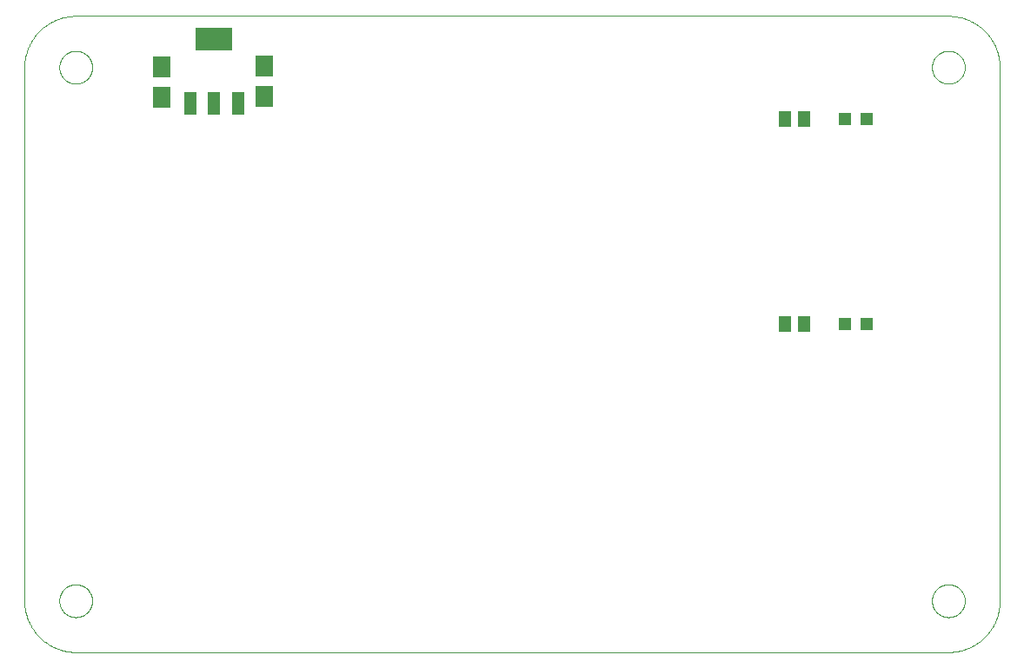
<source format=gtp>
G75*
%MOIN*%
%OFA0B0*%
%FSLAX25Y25*%
%IPPOS*%
%LPD*%
%AMOC8*
5,1,8,0,0,1.08239X$1,22.5*
%
%ADD10C,0.00000*%
%ADD11R,0.07087X0.08465*%
%ADD12R,0.04800X0.08800*%
%ADD13R,0.14173X0.08661*%
%ADD14R,0.05118X0.05906*%
%ADD15R,0.04724X0.04724*%
D10*
X0023622Y0002016D02*
X0358268Y0002016D01*
X0351969Y0021701D02*
X0351971Y0021859D01*
X0351977Y0022017D01*
X0351987Y0022175D01*
X0352001Y0022333D01*
X0352019Y0022490D01*
X0352040Y0022647D01*
X0352066Y0022803D01*
X0352096Y0022959D01*
X0352129Y0023114D01*
X0352167Y0023267D01*
X0352208Y0023420D01*
X0352253Y0023572D01*
X0352302Y0023723D01*
X0352355Y0023872D01*
X0352411Y0024020D01*
X0352471Y0024166D01*
X0352535Y0024311D01*
X0352603Y0024454D01*
X0352674Y0024596D01*
X0352748Y0024736D01*
X0352826Y0024873D01*
X0352908Y0025009D01*
X0352992Y0025143D01*
X0353081Y0025274D01*
X0353172Y0025403D01*
X0353267Y0025530D01*
X0353364Y0025655D01*
X0353465Y0025777D01*
X0353569Y0025896D01*
X0353676Y0026013D01*
X0353786Y0026127D01*
X0353899Y0026238D01*
X0354014Y0026347D01*
X0354132Y0026452D01*
X0354253Y0026554D01*
X0354376Y0026654D01*
X0354502Y0026750D01*
X0354630Y0026843D01*
X0354760Y0026933D01*
X0354893Y0027019D01*
X0355028Y0027103D01*
X0355164Y0027182D01*
X0355303Y0027259D01*
X0355444Y0027331D01*
X0355586Y0027401D01*
X0355730Y0027466D01*
X0355876Y0027528D01*
X0356023Y0027586D01*
X0356172Y0027641D01*
X0356322Y0027692D01*
X0356473Y0027739D01*
X0356625Y0027782D01*
X0356778Y0027821D01*
X0356933Y0027857D01*
X0357088Y0027888D01*
X0357244Y0027916D01*
X0357400Y0027940D01*
X0357557Y0027960D01*
X0357715Y0027976D01*
X0357872Y0027988D01*
X0358031Y0027996D01*
X0358189Y0028000D01*
X0358347Y0028000D01*
X0358505Y0027996D01*
X0358664Y0027988D01*
X0358821Y0027976D01*
X0358979Y0027960D01*
X0359136Y0027940D01*
X0359292Y0027916D01*
X0359448Y0027888D01*
X0359603Y0027857D01*
X0359758Y0027821D01*
X0359911Y0027782D01*
X0360063Y0027739D01*
X0360214Y0027692D01*
X0360364Y0027641D01*
X0360513Y0027586D01*
X0360660Y0027528D01*
X0360806Y0027466D01*
X0360950Y0027401D01*
X0361092Y0027331D01*
X0361233Y0027259D01*
X0361372Y0027182D01*
X0361508Y0027103D01*
X0361643Y0027019D01*
X0361776Y0026933D01*
X0361906Y0026843D01*
X0362034Y0026750D01*
X0362160Y0026654D01*
X0362283Y0026554D01*
X0362404Y0026452D01*
X0362522Y0026347D01*
X0362637Y0026238D01*
X0362750Y0026127D01*
X0362860Y0026013D01*
X0362967Y0025896D01*
X0363071Y0025777D01*
X0363172Y0025655D01*
X0363269Y0025530D01*
X0363364Y0025403D01*
X0363455Y0025274D01*
X0363544Y0025143D01*
X0363628Y0025009D01*
X0363710Y0024873D01*
X0363788Y0024736D01*
X0363862Y0024596D01*
X0363933Y0024454D01*
X0364001Y0024311D01*
X0364065Y0024166D01*
X0364125Y0024020D01*
X0364181Y0023872D01*
X0364234Y0023723D01*
X0364283Y0023572D01*
X0364328Y0023420D01*
X0364369Y0023267D01*
X0364407Y0023114D01*
X0364440Y0022959D01*
X0364470Y0022803D01*
X0364496Y0022647D01*
X0364517Y0022490D01*
X0364535Y0022333D01*
X0364549Y0022175D01*
X0364559Y0022017D01*
X0364565Y0021859D01*
X0364567Y0021701D01*
X0364565Y0021543D01*
X0364559Y0021385D01*
X0364549Y0021227D01*
X0364535Y0021069D01*
X0364517Y0020912D01*
X0364496Y0020755D01*
X0364470Y0020599D01*
X0364440Y0020443D01*
X0364407Y0020288D01*
X0364369Y0020135D01*
X0364328Y0019982D01*
X0364283Y0019830D01*
X0364234Y0019679D01*
X0364181Y0019530D01*
X0364125Y0019382D01*
X0364065Y0019236D01*
X0364001Y0019091D01*
X0363933Y0018948D01*
X0363862Y0018806D01*
X0363788Y0018666D01*
X0363710Y0018529D01*
X0363628Y0018393D01*
X0363544Y0018259D01*
X0363455Y0018128D01*
X0363364Y0017999D01*
X0363269Y0017872D01*
X0363172Y0017747D01*
X0363071Y0017625D01*
X0362967Y0017506D01*
X0362860Y0017389D01*
X0362750Y0017275D01*
X0362637Y0017164D01*
X0362522Y0017055D01*
X0362404Y0016950D01*
X0362283Y0016848D01*
X0362160Y0016748D01*
X0362034Y0016652D01*
X0361906Y0016559D01*
X0361776Y0016469D01*
X0361643Y0016383D01*
X0361508Y0016299D01*
X0361372Y0016220D01*
X0361233Y0016143D01*
X0361092Y0016071D01*
X0360950Y0016001D01*
X0360806Y0015936D01*
X0360660Y0015874D01*
X0360513Y0015816D01*
X0360364Y0015761D01*
X0360214Y0015710D01*
X0360063Y0015663D01*
X0359911Y0015620D01*
X0359758Y0015581D01*
X0359603Y0015545D01*
X0359448Y0015514D01*
X0359292Y0015486D01*
X0359136Y0015462D01*
X0358979Y0015442D01*
X0358821Y0015426D01*
X0358664Y0015414D01*
X0358505Y0015406D01*
X0358347Y0015402D01*
X0358189Y0015402D01*
X0358031Y0015406D01*
X0357872Y0015414D01*
X0357715Y0015426D01*
X0357557Y0015442D01*
X0357400Y0015462D01*
X0357244Y0015486D01*
X0357088Y0015514D01*
X0356933Y0015545D01*
X0356778Y0015581D01*
X0356625Y0015620D01*
X0356473Y0015663D01*
X0356322Y0015710D01*
X0356172Y0015761D01*
X0356023Y0015816D01*
X0355876Y0015874D01*
X0355730Y0015936D01*
X0355586Y0016001D01*
X0355444Y0016071D01*
X0355303Y0016143D01*
X0355164Y0016220D01*
X0355028Y0016299D01*
X0354893Y0016383D01*
X0354760Y0016469D01*
X0354630Y0016559D01*
X0354502Y0016652D01*
X0354376Y0016748D01*
X0354253Y0016848D01*
X0354132Y0016950D01*
X0354014Y0017055D01*
X0353899Y0017164D01*
X0353786Y0017275D01*
X0353676Y0017389D01*
X0353569Y0017506D01*
X0353465Y0017625D01*
X0353364Y0017747D01*
X0353267Y0017872D01*
X0353172Y0017999D01*
X0353081Y0018128D01*
X0352992Y0018259D01*
X0352908Y0018393D01*
X0352826Y0018529D01*
X0352748Y0018666D01*
X0352674Y0018806D01*
X0352603Y0018948D01*
X0352535Y0019091D01*
X0352471Y0019236D01*
X0352411Y0019382D01*
X0352355Y0019530D01*
X0352302Y0019679D01*
X0352253Y0019830D01*
X0352208Y0019982D01*
X0352167Y0020135D01*
X0352129Y0020288D01*
X0352096Y0020443D01*
X0352066Y0020599D01*
X0352040Y0020755D01*
X0352019Y0020912D01*
X0352001Y0021069D01*
X0351987Y0021227D01*
X0351977Y0021385D01*
X0351971Y0021543D01*
X0351969Y0021701D01*
X0358268Y0002016D02*
X0358744Y0002022D01*
X0359219Y0002039D01*
X0359694Y0002068D01*
X0360168Y0002108D01*
X0360641Y0002160D01*
X0361112Y0002223D01*
X0361582Y0002297D01*
X0362050Y0002383D01*
X0362516Y0002480D01*
X0362979Y0002588D01*
X0363439Y0002707D01*
X0363897Y0002838D01*
X0364351Y0002979D01*
X0364802Y0003132D01*
X0365248Y0003295D01*
X0365691Y0003469D01*
X0366129Y0003654D01*
X0366563Y0003849D01*
X0366992Y0004055D01*
X0367416Y0004271D01*
X0367835Y0004497D01*
X0368248Y0004733D01*
X0368655Y0004979D01*
X0369056Y0005235D01*
X0369450Y0005501D01*
X0369839Y0005776D01*
X0370220Y0006060D01*
X0370594Y0006353D01*
X0370962Y0006655D01*
X0371322Y0006967D01*
X0371674Y0007286D01*
X0372018Y0007614D01*
X0372355Y0007951D01*
X0372683Y0008295D01*
X0373002Y0008647D01*
X0373314Y0009007D01*
X0373616Y0009375D01*
X0373909Y0009749D01*
X0374193Y0010130D01*
X0374468Y0010519D01*
X0374734Y0010913D01*
X0374990Y0011314D01*
X0375236Y0011721D01*
X0375472Y0012134D01*
X0375698Y0012553D01*
X0375914Y0012977D01*
X0376120Y0013406D01*
X0376315Y0013840D01*
X0376500Y0014278D01*
X0376674Y0014721D01*
X0376837Y0015167D01*
X0376990Y0015618D01*
X0377131Y0016072D01*
X0377262Y0016530D01*
X0377381Y0016990D01*
X0377489Y0017453D01*
X0377586Y0017919D01*
X0377672Y0018387D01*
X0377746Y0018857D01*
X0377809Y0019328D01*
X0377861Y0019801D01*
X0377901Y0020275D01*
X0377930Y0020750D01*
X0377947Y0021225D01*
X0377953Y0021701D01*
X0377953Y0226425D01*
X0351969Y0226425D02*
X0351971Y0226583D01*
X0351977Y0226741D01*
X0351987Y0226899D01*
X0352001Y0227057D01*
X0352019Y0227214D01*
X0352040Y0227371D01*
X0352066Y0227527D01*
X0352096Y0227683D01*
X0352129Y0227838D01*
X0352167Y0227991D01*
X0352208Y0228144D01*
X0352253Y0228296D01*
X0352302Y0228447D01*
X0352355Y0228596D01*
X0352411Y0228744D01*
X0352471Y0228890D01*
X0352535Y0229035D01*
X0352603Y0229178D01*
X0352674Y0229320D01*
X0352748Y0229460D01*
X0352826Y0229597D01*
X0352908Y0229733D01*
X0352992Y0229867D01*
X0353081Y0229998D01*
X0353172Y0230127D01*
X0353267Y0230254D01*
X0353364Y0230379D01*
X0353465Y0230501D01*
X0353569Y0230620D01*
X0353676Y0230737D01*
X0353786Y0230851D01*
X0353899Y0230962D01*
X0354014Y0231071D01*
X0354132Y0231176D01*
X0354253Y0231278D01*
X0354376Y0231378D01*
X0354502Y0231474D01*
X0354630Y0231567D01*
X0354760Y0231657D01*
X0354893Y0231743D01*
X0355028Y0231827D01*
X0355164Y0231906D01*
X0355303Y0231983D01*
X0355444Y0232055D01*
X0355586Y0232125D01*
X0355730Y0232190D01*
X0355876Y0232252D01*
X0356023Y0232310D01*
X0356172Y0232365D01*
X0356322Y0232416D01*
X0356473Y0232463D01*
X0356625Y0232506D01*
X0356778Y0232545D01*
X0356933Y0232581D01*
X0357088Y0232612D01*
X0357244Y0232640D01*
X0357400Y0232664D01*
X0357557Y0232684D01*
X0357715Y0232700D01*
X0357872Y0232712D01*
X0358031Y0232720D01*
X0358189Y0232724D01*
X0358347Y0232724D01*
X0358505Y0232720D01*
X0358664Y0232712D01*
X0358821Y0232700D01*
X0358979Y0232684D01*
X0359136Y0232664D01*
X0359292Y0232640D01*
X0359448Y0232612D01*
X0359603Y0232581D01*
X0359758Y0232545D01*
X0359911Y0232506D01*
X0360063Y0232463D01*
X0360214Y0232416D01*
X0360364Y0232365D01*
X0360513Y0232310D01*
X0360660Y0232252D01*
X0360806Y0232190D01*
X0360950Y0232125D01*
X0361092Y0232055D01*
X0361233Y0231983D01*
X0361372Y0231906D01*
X0361508Y0231827D01*
X0361643Y0231743D01*
X0361776Y0231657D01*
X0361906Y0231567D01*
X0362034Y0231474D01*
X0362160Y0231378D01*
X0362283Y0231278D01*
X0362404Y0231176D01*
X0362522Y0231071D01*
X0362637Y0230962D01*
X0362750Y0230851D01*
X0362860Y0230737D01*
X0362967Y0230620D01*
X0363071Y0230501D01*
X0363172Y0230379D01*
X0363269Y0230254D01*
X0363364Y0230127D01*
X0363455Y0229998D01*
X0363544Y0229867D01*
X0363628Y0229733D01*
X0363710Y0229597D01*
X0363788Y0229460D01*
X0363862Y0229320D01*
X0363933Y0229178D01*
X0364001Y0229035D01*
X0364065Y0228890D01*
X0364125Y0228744D01*
X0364181Y0228596D01*
X0364234Y0228447D01*
X0364283Y0228296D01*
X0364328Y0228144D01*
X0364369Y0227991D01*
X0364407Y0227838D01*
X0364440Y0227683D01*
X0364470Y0227527D01*
X0364496Y0227371D01*
X0364517Y0227214D01*
X0364535Y0227057D01*
X0364549Y0226899D01*
X0364559Y0226741D01*
X0364565Y0226583D01*
X0364567Y0226425D01*
X0364565Y0226267D01*
X0364559Y0226109D01*
X0364549Y0225951D01*
X0364535Y0225793D01*
X0364517Y0225636D01*
X0364496Y0225479D01*
X0364470Y0225323D01*
X0364440Y0225167D01*
X0364407Y0225012D01*
X0364369Y0224859D01*
X0364328Y0224706D01*
X0364283Y0224554D01*
X0364234Y0224403D01*
X0364181Y0224254D01*
X0364125Y0224106D01*
X0364065Y0223960D01*
X0364001Y0223815D01*
X0363933Y0223672D01*
X0363862Y0223530D01*
X0363788Y0223390D01*
X0363710Y0223253D01*
X0363628Y0223117D01*
X0363544Y0222983D01*
X0363455Y0222852D01*
X0363364Y0222723D01*
X0363269Y0222596D01*
X0363172Y0222471D01*
X0363071Y0222349D01*
X0362967Y0222230D01*
X0362860Y0222113D01*
X0362750Y0221999D01*
X0362637Y0221888D01*
X0362522Y0221779D01*
X0362404Y0221674D01*
X0362283Y0221572D01*
X0362160Y0221472D01*
X0362034Y0221376D01*
X0361906Y0221283D01*
X0361776Y0221193D01*
X0361643Y0221107D01*
X0361508Y0221023D01*
X0361372Y0220944D01*
X0361233Y0220867D01*
X0361092Y0220795D01*
X0360950Y0220725D01*
X0360806Y0220660D01*
X0360660Y0220598D01*
X0360513Y0220540D01*
X0360364Y0220485D01*
X0360214Y0220434D01*
X0360063Y0220387D01*
X0359911Y0220344D01*
X0359758Y0220305D01*
X0359603Y0220269D01*
X0359448Y0220238D01*
X0359292Y0220210D01*
X0359136Y0220186D01*
X0358979Y0220166D01*
X0358821Y0220150D01*
X0358664Y0220138D01*
X0358505Y0220130D01*
X0358347Y0220126D01*
X0358189Y0220126D01*
X0358031Y0220130D01*
X0357872Y0220138D01*
X0357715Y0220150D01*
X0357557Y0220166D01*
X0357400Y0220186D01*
X0357244Y0220210D01*
X0357088Y0220238D01*
X0356933Y0220269D01*
X0356778Y0220305D01*
X0356625Y0220344D01*
X0356473Y0220387D01*
X0356322Y0220434D01*
X0356172Y0220485D01*
X0356023Y0220540D01*
X0355876Y0220598D01*
X0355730Y0220660D01*
X0355586Y0220725D01*
X0355444Y0220795D01*
X0355303Y0220867D01*
X0355164Y0220944D01*
X0355028Y0221023D01*
X0354893Y0221107D01*
X0354760Y0221193D01*
X0354630Y0221283D01*
X0354502Y0221376D01*
X0354376Y0221472D01*
X0354253Y0221572D01*
X0354132Y0221674D01*
X0354014Y0221779D01*
X0353899Y0221888D01*
X0353786Y0221999D01*
X0353676Y0222113D01*
X0353569Y0222230D01*
X0353465Y0222349D01*
X0353364Y0222471D01*
X0353267Y0222596D01*
X0353172Y0222723D01*
X0353081Y0222852D01*
X0352992Y0222983D01*
X0352908Y0223117D01*
X0352826Y0223253D01*
X0352748Y0223390D01*
X0352674Y0223530D01*
X0352603Y0223672D01*
X0352535Y0223815D01*
X0352471Y0223960D01*
X0352411Y0224106D01*
X0352355Y0224254D01*
X0352302Y0224403D01*
X0352253Y0224554D01*
X0352208Y0224706D01*
X0352167Y0224859D01*
X0352129Y0225012D01*
X0352096Y0225167D01*
X0352066Y0225323D01*
X0352040Y0225479D01*
X0352019Y0225636D01*
X0352001Y0225793D01*
X0351987Y0225951D01*
X0351977Y0226109D01*
X0351971Y0226267D01*
X0351969Y0226425D01*
X0358268Y0246110D02*
X0358744Y0246104D01*
X0359219Y0246087D01*
X0359694Y0246058D01*
X0360168Y0246018D01*
X0360641Y0245966D01*
X0361112Y0245903D01*
X0361582Y0245829D01*
X0362050Y0245743D01*
X0362516Y0245646D01*
X0362979Y0245538D01*
X0363439Y0245419D01*
X0363897Y0245288D01*
X0364351Y0245147D01*
X0364802Y0244994D01*
X0365248Y0244831D01*
X0365691Y0244657D01*
X0366129Y0244472D01*
X0366563Y0244277D01*
X0366992Y0244071D01*
X0367416Y0243855D01*
X0367835Y0243629D01*
X0368248Y0243393D01*
X0368655Y0243147D01*
X0369056Y0242891D01*
X0369450Y0242625D01*
X0369839Y0242350D01*
X0370220Y0242066D01*
X0370594Y0241773D01*
X0370962Y0241471D01*
X0371322Y0241159D01*
X0371674Y0240840D01*
X0372018Y0240512D01*
X0372355Y0240175D01*
X0372683Y0239831D01*
X0373002Y0239479D01*
X0373314Y0239119D01*
X0373616Y0238751D01*
X0373909Y0238377D01*
X0374193Y0237996D01*
X0374468Y0237607D01*
X0374734Y0237213D01*
X0374990Y0236812D01*
X0375236Y0236405D01*
X0375472Y0235992D01*
X0375698Y0235573D01*
X0375914Y0235149D01*
X0376120Y0234720D01*
X0376315Y0234286D01*
X0376500Y0233848D01*
X0376674Y0233405D01*
X0376837Y0232959D01*
X0376990Y0232508D01*
X0377131Y0232054D01*
X0377262Y0231596D01*
X0377381Y0231136D01*
X0377489Y0230673D01*
X0377586Y0230207D01*
X0377672Y0229739D01*
X0377746Y0229269D01*
X0377809Y0228798D01*
X0377861Y0228325D01*
X0377901Y0227851D01*
X0377930Y0227376D01*
X0377947Y0226901D01*
X0377953Y0226425D01*
X0358268Y0246110D02*
X0023622Y0246110D01*
X0017323Y0226425D02*
X0017325Y0226583D01*
X0017331Y0226741D01*
X0017341Y0226899D01*
X0017355Y0227057D01*
X0017373Y0227214D01*
X0017394Y0227371D01*
X0017420Y0227527D01*
X0017450Y0227683D01*
X0017483Y0227838D01*
X0017521Y0227991D01*
X0017562Y0228144D01*
X0017607Y0228296D01*
X0017656Y0228447D01*
X0017709Y0228596D01*
X0017765Y0228744D01*
X0017825Y0228890D01*
X0017889Y0229035D01*
X0017957Y0229178D01*
X0018028Y0229320D01*
X0018102Y0229460D01*
X0018180Y0229597D01*
X0018262Y0229733D01*
X0018346Y0229867D01*
X0018435Y0229998D01*
X0018526Y0230127D01*
X0018621Y0230254D01*
X0018718Y0230379D01*
X0018819Y0230501D01*
X0018923Y0230620D01*
X0019030Y0230737D01*
X0019140Y0230851D01*
X0019253Y0230962D01*
X0019368Y0231071D01*
X0019486Y0231176D01*
X0019607Y0231278D01*
X0019730Y0231378D01*
X0019856Y0231474D01*
X0019984Y0231567D01*
X0020114Y0231657D01*
X0020247Y0231743D01*
X0020382Y0231827D01*
X0020518Y0231906D01*
X0020657Y0231983D01*
X0020798Y0232055D01*
X0020940Y0232125D01*
X0021084Y0232190D01*
X0021230Y0232252D01*
X0021377Y0232310D01*
X0021526Y0232365D01*
X0021676Y0232416D01*
X0021827Y0232463D01*
X0021979Y0232506D01*
X0022132Y0232545D01*
X0022287Y0232581D01*
X0022442Y0232612D01*
X0022598Y0232640D01*
X0022754Y0232664D01*
X0022911Y0232684D01*
X0023069Y0232700D01*
X0023226Y0232712D01*
X0023385Y0232720D01*
X0023543Y0232724D01*
X0023701Y0232724D01*
X0023859Y0232720D01*
X0024018Y0232712D01*
X0024175Y0232700D01*
X0024333Y0232684D01*
X0024490Y0232664D01*
X0024646Y0232640D01*
X0024802Y0232612D01*
X0024957Y0232581D01*
X0025112Y0232545D01*
X0025265Y0232506D01*
X0025417Y0232463D01*
X0025568Y0232416D01*
X0025718Y0232365D01*
X0025867Y0232310D01*
X0026014Y0232252D01*
X0026160Y0232190D01*
X0026304Y0232125D01*
X0026446Y0232055D01*
X0026587Y0231983D01*
X0026726Y0231906D01*
X0026862Y0231827D01*
X0026997Y0231743D01*
X0027130Y0231657D01*
X0027260Y0231567D01*
X0027388Y0231474D01*
X0027514Y0231378D01*
X0027637Y0231278D01*
X0027758Y0231176D01*
X0027876Y0231071D01*
X0027991Y0230962D01*
X0028104Y0230851D01*
X0028214Y0230737D01*
X0028321Y0230620D01*
X0028425Y0230501D01*
X0028526Y0230379D01*
X0028623Y0230254D01*
X0028718Y0230127D01*
X0028809Y0229998D01*
X0028898Y0229867D01*
X0028982Y0229733D01*
X0029064Y0229597D01*
X0029142Y0229460D01*
X0029216Y0229320D01*
X0029287Y0229178D01*
X0029355Y0229035D01*
X0029419Y0228890D01*
X0029479Y0228744D01*
X0029535Y0228596D01*
X0029588Y0228447D01*
X0029637Y0228296D01*
X0029682Y0228144D01*
X0029723Y0227991D01*
X0029761Y0227838D01*
X0029794Y0227683D01*
X0029824Y0227527D01*
X0029850Y0227371D01*
X0029871Y0227214D01*
X0029889Y0227057D01*
X0029903Y0226899D01*
X0029913Y0226741D01*
X0029919Y0226583D01*
X0029921Y0226425D01*
X0029919Y0226267D01*
X0029913Y0226109D01*
X0029903Y0225951D01*
X0029889Y0225793D01*
X0029871Y0225636D01*
X0029850Y0225479D01*
X0029824Y0225323D01*
X0029794Y0225167D01*
X0029761Y0225012D01*
X0029723Y0224859D01*
X0029682Y0224706D01*
X0029637Y0224554D01*
X0029588Y0224403D01*
X0029535Y0224254D01*
X0029479Y0224106D01*
X0029419Y0223960D01*
X0029355Y0223815D01*
X0029287Y0223672D01*
X0029216Y0223530D01*
X0029142Y0223390D01*
X0029064Y0223253D01*
X0028982Y0223117D01*
X0028898Y0222983D01*
X0028809Y0222852D01*
X0028718Y0222723D01*
X0028623Y0222596D01*
X0028526Y0222471D01*
X0028425Y0222349D01*
X0028321Y0222230D01*
X0028214Y0222113D01*
X0028104Y0221999D01*
X0027991Y0221888D01*
X0027876Y0221779D01*
X0027758Y0221674D01*
X0027637Y0221572D01*
X0027514Y0221472D01*
X0027388Y0221376D01*
X0027260Y0221283D01*
X0027130Y0221193D01*
X0026997Y0221107D01*
X0026862Y0221023D01*
X0026726Y0220944D01*
X0026587Y0220867D01*
X0026446Y0220795D01*
X0026304Y0220725D01*
X0026160Y0220660D01*
X0026014Y0220598D01*
X0025867Y0220540D01*
X0025718Y0220485D01*
X0025568Y0220434D01*
X0025417Y0220387D01*
X0025265Y0220344D01*
X0025112Y0220305D01*
X0024957Y0220269D01*
X0024802Y0220238D01*
X0024646Y0220210D01*
X0024490Y0220186D01*
X0024333Y0220166D01*
X0024175Y0220150D01*
X0024018Y0220138D01*
X0023859Y0220130D01*
X0023701Y0220126D01*
X0023543Y0220126D01*
X0023385Y0220130D01*
X0023226Y0220138D01*
X0023069Y0220150D01*
X0022911Y0220166D01*
X0022754Y0220186D01*
X0022598Y0220210D01*
X0022442Y0220238D01*
X0022287Y0220269D01*
X0022132Y0220305D01*
X0021979Y0220344D01*
X0021827Y0220387D01*
X0021676Y0220434D01*
X0021526Y0220485D01*
X0021377Y0220540D01*
X0021230Y0220598D01*
X0021084Y0220660D01*
X0020940Y0220725D01*
X0020798Y0220795D01*
X0020657Y0220867D01*
X0020518Y0220944D01*
X0020382Y0221023D01*
X0020247Y0221107D01*
X0020114Y0221193D01*
X0019984Y0221283D01*
X0019856Y0221376D01*
X0019730Y0221472D01*
X0019607Y0221572D01*
X0019486Y0221674D01*
X0019368Y0221779D01*
X0019253Y0221888D01*
X0019140Y0221999D01*
X0019030Y0222113D01*
X0018923Y0222230D01*
X0018819Y0222349D01*
X0018718Y0222471D01*
X0018621Y0222596D01*
X0018526Y0222723D01*
X0018435Y0222852D01*
X0018346Y0222983D01*
X0018262Y0223117D01*
X0018180Y0223253D01*
X0018102Y0223390D01*
X0018028Y0223530D01*
X0017957Y0223672D01*
X0017889Y0223815D01*
X0017825Y0223960D01*
X0017765Y0224106D01*
X0017709Y0224254D01*
X0017656Y0224403D01*
X0017607Y0224554D01*
X0017562Y0224706D01*
X0017521Y0224859D01*
X0017483Y0225012D01*
X0017450Y0225167D01*
X0017420Y0225323D01*
X0017394Y0225479D01*
X0017373Y0225636D01*
X0017355Y0225793D01*
X0017341Y0225951D01*
X0017331Y0226109D01*
X0017325Y0226267D01*
X0017323Y0226425D01*
X0003937Y0226425D02*
X0003943Y0226901D01*
X0003960Y0227376D01*
X0003989Y0227851D01*
X0004029Y0228325D01*
X0004081Y0228798D01*
X0004144Y0229269D01*
X0004218Y0229739D01*
X0004304Y0230207D01*
X0004401Y0230673D01*
X0004509Y0231136D01*
X0004628Y0231596D01*
X0004759Y0232054D01*
X0004900Y0232508D01*
X0005053Y0232959D01*
X0005216Y0233405D01*
X0005390Y0233848D01*
X0005575Y0234286D01*
X0005770Y0234720D01*
X0005976Y0235149D01*
X0006192Y0235573D01*
X0006418Y0235992D01*
X0006654Y0236405D01*
X0006900Y0236812D01*
X0007156Y0237213D01*
X0007422Y0237607D01*
X0007697Y0237996D01*
X0007981Y0238377D01*
X0008274Y0238751D01*
X0008576Y0239119D01*
X0008888Y0239479D01*
X0009207Y0239831D01*
X0009535Y0240175D01*
X0009872Y0240512D01*
X0010216Y0240840D01*
X0010568Y0241159D01*
X0010928Y0241471D01*
X0011296Y0241773D01*
X0011670Y0242066D01*
X0012051Y0242350D01*
X0012440Y0242625D01*
X0012834Y0242891D01*
X0013235Y0243147D01*
X0013642Y0243393D01*
X0014055Y0243629D01*
X0014474Y0243855D01*
X0014898Y0244071D01*
X0015327Y0244277D01*
X0015761Y0244472D01*
X0016199Y0244657D01*
X0016642Y0244831D01*
X0017088Y0244994D01*
X0017539Y0245147D01*
X0017993Y0245288D01*
X0018451Y0245419D01*
X0018911Y0245538D01*
X0019374Y0245646D01*
X0019840Y0245743D01*
X0020308Y0245829D01*
X0020778Y0245903D01*
X0021249Y0245966D01*
X0021722Y0246018D01*
X0022196Y0246058D01*
X0022671Y0246087D01*
X0023146Y0246104D01*
X0023622Y0246110D01*
X0003937Y0226425D02*
X0003937Y0021701D01*
X0017323Y0021701D02*
X0017325Y0021859D01*
X0017331Y0022017D01*
X0017341Y0022175D01*
X0017355Y0022333D01*
X0017373Y0022490D01*
X0017394Y0022647D01*
X0017420Y0022803D01*
X0017450Y0022959D01*
X0017483Y0023114D01*
X0017521Y0023267D01*
X0017562Y0023420D01*
X0017607Y0023572D01*
X0017656Y0023723D01*
X0017709Y0023872D01*
X0017765Y0024020D01*
X0017825Y0024166D01*
X0017889Y0024311D01*
X0017957Y0024454D01*
X0018028Y0024596D01*
X0018102Y0024736D01*
X0018180Y0024873D01*
X0018262Y0025009D01*
X0018346Y0025143D01*
X0018435Y0025274D01*
X0018526Y0025403D01*
X0018621Y0025530D01*
X0018718Y0025655D01*
X0018819Y0025777D01*
X0018923Y0025896D01*
X0019030Y0026013D01*
X0019140Y0026127D01*
X0019253Y0026238D01*
X0019368Y0026347D01*
X0019486Y0026452D01*
X0019607Y0026554D01*
X0019730Y0026654D01*
X0019856Y0026750D01*
X0019984Y0026843D01*
X0020114Y0026933D01*
X0020247Y0027019D01*
X0020382Y0027103D01*
X0020518Y0027182D01*
X0020657Y0027259D01*
X0020798Y0027331D01*
X0020940Y0027401D01*
X0021084Y0027466D01*
X0021230Y0027528D01*
X0021377Y0027586D01*
X0021526Y0027641D01*
X0021676Y0027692D01*
X0021827Y0027739D01*
X0021979Y0027782D01*
X0022132Y0027821D01*
X0022287Y0027857D01*
X0022442Y0027888D01*
X0022598Y0027916D01*
X0022754Y0027940D01*
X0022911Y0027960D01*
X0023069Y0027976D01*
X0023226Y0027988D01*
X0023385Y0027996D01*
X0023543Y0028000D01*
X0023701Y0028000D01*
X0023859Y0027996D01*
X0024018Y0027988D01*
X0024175Y0027976D01*
X0024333Y0027960D01*
X0024490Y0027940D01*
X0024646Y0027916D01*
X0024802Y0027888D01*
X0024957Y0027857D01*
X0025112Y0027821D01*
X0025265Y0027782D01*
X0025417Y0027739D01*
X0025568Y0027692D01*
X0025718Y0027641D01*
X0025867Y0027586D01*
X0026014Y0027528D01*
X0026160Y0027466D01*
X0026304Y0027401D01*
X0026446Y0027331D01*
X0026587Y0027259D01*
X0026726Y0027182D01*
X0026862Y0027103D01*
X0026997Y0027019D01*
X0027130Y0026933D01*
X0027260Y0026843D01*
X0027388Y0026750D01*
X0027514Y0026654D01*
X0027637Y0026554D01*
X0027758Y0026452D01*
X0027876Y0026347D01*
X0027991Y0026238D01*
X0028104Y0026127D01*
X0028214Y0026013D01*
X0028321Y0025896D01*
X0028425Y0025777D01*
X0028526Y0025655D01*
X0028623Y0025530D01*
X0028718Y0025403D01*
X0028809Y0025274D01*
X0028898Y0025143D01*
X0028982Y0025009D01*
X0029064Y0024873D01*
X0029142Y0024736D01*
X0029216Y0024596D01*
X0029287Y0024454D01*
X0029355Y0024311D01*
X0029419Y0024166D01*
X0029479Y0024020D01*
X0029535Y0023872D01*
X0029588Y0023723D01*
X0029637Y0023572D01*
X0029682Y0023420D01*
X0029723Y0023267D01*
X0029761Y0023114D01*
X0029794Y0022959D01*
X0029824Y0022803D01*
X0029850Y0022647D01*
X0029871Y0022490D01*
X0029889Y0022333D01*
X0029903Y0022175D01*
X0029913Y0022017D01*
X0029919Y0021859D01*
X0029921Y0021701D01*
X0029919Y0021543D01*
X0029913Y0021385D01*
X0029903Y0021227D01*
X0029889Y0021069D01*
X0029871Y0020912D01*
X0029850Y0020755D01*
X0029824Y0020599D01*
X0029794Y0020443D01*
X0029761Y0020288D01*
X0029723Y0020135D01*
X0029682Y0019982D01*
X0029637Y0019830D01*
X0029588Y0019679D01*
X0029535Y0019530D01*
X0029479Y0019382D01*
X0029419Y0019236D01*
X0029355Y0019091D01*
X0029287Y0018948D01*
X0029216Y0018806D01*
X0029142Y0018666D01*
X0029064Y0018529D01*
X0028982Y0018393D01*
X0028898Y0018259D01*
X0028809Y0018128D01*
X0028718Y0017999D01*
X0028623Y0017872D01*
X0028526Y0017747D01*
X0028425Y0017625D01*
X0028321Y0017506D01*
X0028214Y0017389D01*
X0028104Y0017275D01*
X0027991Y0017164D01*
X0027876Y0017055D01*
X0027758Y0016950D01*
X0027637Y0016848D01*
X0027514Y0016748D01*
X0027388Y0016652D01*
X0027260Y0016559D01*
X0027130Y0016469D01*
X0026997Y0016383D01*
X0026862Y0016299D01*
X0026726Y0016220D01*
X0026587Y0016143D01*
X0026446Y0016071D01*
X0026304Y0016001D01*
X0026160Y0015936D01*
X0026014Y0015874D01*
X0025867Y0015816D01*
X0025718Y0015761D01*
X0025568Y0015710D01*
X0025417Y0015663D01*
X0025265Y0015620D01*
X0025112Y0015581D01*
X0024957Y0015545D01*
X0024802Y0015514D01*
X0024646Y0015486D01*
X0024490Y0015462D01*
X0024333Y0015442D01*
X0024175Y0015426D01*
X0024018Y0015414D01*
X0023859Y0015406D01*
X0023701Y0015402D01*
X0023543Y0015402D01*
X0023385Y0015406D01*
X0023226Y0015414D01*
X0023069Y0015426D01*
X0022911Y0015442D01*
X0022754Y0015462D01*
X0022598Y0015486D01*
X0022442Y0015514D01*
X0022287Y0015545D01*
X0022132Y0015581D01*
X0021979Y0015620D01*
X0021827Y0015663D01*
X0021676Y0015710D01*
X0021526Y0015761D01*
X0021377Y0015816D01*
X0021230Y0015874D01*
X0021084Y0015936D01*
X0020940Y0016001D01*
X0020798Y0016071D01*
X0020657Y0016143D01*
X0020518Y0016220D01*
X0020382Y0016299D01*
X0020247Y0016383D01*
X0020114Y0016469D01*
X0019984Y0016559D01*
X0019856Y0016652D01*
X0019730Y0016748D01*
X0019607Y0016848D01*
X0019486Y0016950D01*
X0019368Y0017055D01*
X0019253Y0017164D01*
X0019140Y0017275D01*
X0019030Y0017389D01*
X0018923Y0017506D01*
X0018819Y0017625D01*
X0018718Y0017747D01*
X0018621Y0017872D01*
X0018526Y0017999D01*
X0018435Y0018128D01*
X0018346Y0018259D01*
X0018262Y0018393D01*
X0018180Y0018529D01*
X0018102Y0018666D01*
X0018028Y0018806D01*
X0017957Y0018948D01*
X0017889Y0019091D01*
X0017825Y0019236D01*
X0017765Y0019382D01*
X0017709Y0019530D01*
X0017656Y0019679D01*
X0017607Y0019830D01*
X0017562Y0019982D01*
X0017521Y0020135D01*
X0017483Y0020288D01*
X0017450Y0020443D01*
X0017420Y0020599D01*
X0017394Y0020755D01*
X0017373Y0020912D01*
X0017355Y0021069D01*
X0017341Y0021227D01*
X0017331Y0021385D01*
X0017325Y0021543D01*
X0017323Y0021701D01*
X0003937Y0021701D02*
X0003943Y0021225D01*
X0003960Y0020750D01*
X0003989Y0020275D01*
X0004029Y0019801D01*
X0004081Y0019328D01*
X0004144Y0018857D01*
X0004218Y0018387D01*
X0004304Y0017919D01*
X0004401Y0017453D01*
X0004509Y0016990D01*
X0004628Y0016530D01*
X0004759Y0016072D01*
X0004900Y0015618D01*
X0005053Y0015167D01*
X0005216Y0014721D01*
X0005390Y0014278D01*
X0005575Y0013840D01*
X0005770Y0013406D01*
X0005976Y0012977D01*
X0006192Y0012553D01*
X0006418Y0012134D01*
X0006654Y0011721D01*
X0006900Y0011314D01*
X0007156Y0010913D01*
X0007422Y0010519D01*
X0007697Y0010130D01*
X0007981Y0009749D01*
X0008274Y0009375D01*
X0008576Y0009007D01*
X0008888Y0008647D01*
X0009207Y0008295D01*
X0009535Y0007951D01*
X0009872Y0007614D01*
X0010216Y0007286D01*
X0010568Y0006967D01*
X0010928Y0006655D01*
X0011296Y0006353D01*
X0011670Y0006060D01*
X0012051Y0005776D01*
X0012440Y0005501D01*
X0012834Y0005235D01*
X0013235Y0004979D01*
X0013642Y0004733D01*
X0014055Y0004497D01*
X0014474Y0004271D01*
X0014898Y0004055D01*
X0015327Y0003849D01*
X0015761Y0003654D01*
X0016199Y0003469D01*
X0016642Y0003295D01*
X0017088Y0003132D01*
X0017539Y0002979D01*
X0017993Y0002838D01*
X0018451Y0002707D01*
X0018911Y0002588D01*
X0019374Y0002480D01*
X0019840Y0002383D01*
X0020308Y0002297D01*
X0020778Y0002223D01*
X0021249Y0002160D01*
X0021722Y0002108D01*
X0022196Y0002068D01*
X0022671Y0002039D01*
X0023146Y0002022D01*
X0023622Y0002016D01*
D11*
X0056457Y0214949D03*
X0056457Y0226563D03*
X0095827Y0226996D03*
X0095827Y0215382D03*
D12*
X0085832Y0212690D03*
X0076732Y0212690D03*
X0067632Y0212690D03*
D13*
X0076732Y0237091D03*
D14*
X0295472Y0206740D03*
X0302953Y0206740D03*
X0302953Y0128000D03*
X0295472Y0128000D03*
D15*
X0318701Y0128000D03*
X0326969Y0128000D03*
X0326969Y0206740D03*
X0318701Y0206740D03*
M02*

</source>
